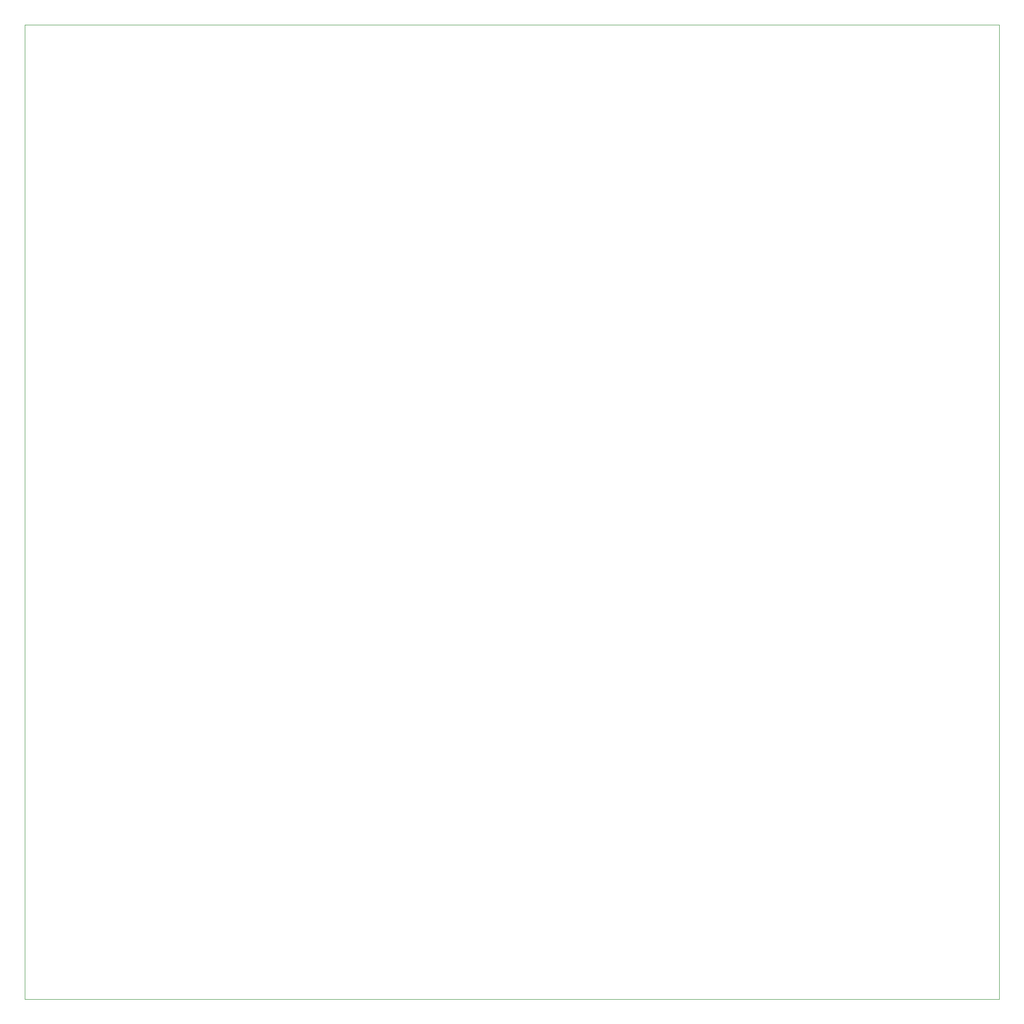
<source format=gbr>
%TF.GenerationSoftware,KiCad,Pcbnew,6.0.4-6f826c9f35~116~ubuntu18.04.1*%
%TF.CreationDate,2022-06-06T14:39:01+02:00*%
%TF.ProjectId,motor_driver_mainboard_v2,6d6f746f-725f-4647-9269-7665725f6d61,rev?*%
%TF.SameCoordinates,Original*%
%TF.FileFunction,Profile,NP*%
%FSLAX46Y46*%
G04 Gerber Fmt 4.6, Leading zero omitted, Abs format (unit mm)*
G04 Created by KiCad (PCBNEW 6.0.4-6f826c9f35~116~ubuntu18.04.1) date 2022-06-06 14:39:01*
%MOMM*%
%LPD*%
G01*
G04 APERTURE LIST*
%TA.AperFunction,Profile*%
%ADD10C,0.100000*%
%TD*%
G04 APERTURE END LIST*
D10*
X129270000Y-55270000D02*
X302270000Y-55270000D01*
X302270000Y-55270000D02*
X302270000Y-228270000D01*
X302270000Y-228270000D02*
X129270000Y-228270000D01*
X129270000Y-228270000D02*
X129270000Y-55270000D01*
M02*

</source>
